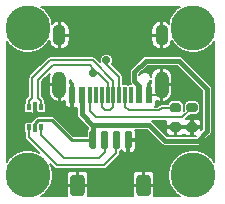
<source format=gbr>
%TF.GenerationSoftware,KiCad,Pcbnew,(5.1.10)-1*%
%TF.CreationDate,2021-07-01T01:20:01+08:00*%
%TF.ProjectId,u1,75312e6b-6963-4616-945f-706362585858,rev?*%
%TF.SameCoordinates,Original*%
%TF.FileFunction,Copper,L1,Top*%
%TF.FilePolarity,Positive*%
%FSLAX46Y46*%
G04 Gerber Fmt 4.6, Leading zero omitted, Abs format (unit mm)*
G04 Created by KiCad (PCBNEW (5.1.10)-1) date 2021-07-01 01:20:01*
%MOMM*%
%LPD*%
G01*
G04 APERTURE LIST*
%TA.AperFunction,SMDPad,CuDef*%
%ADD10R,0.600000X1.450000*%
%TD*%
%TA.AperFunction,SMDPad,CuDef*%
%ADD11R,0.300000X1.450000*%
%TD*%
%TA.AperFunction,ComponentPad*%
%ADD12O,1.200000X2.300000*%
%TD*%
%TA.AperFunction,ComponentPad*%
%ADD13O,1.100000X1.800000*%
%TD*%
%TA.AperFunction,ComponentPad*%
%ADD14C,3.800000*%
%TD*%
%TA.AperFunction,SMDPad,CuDef*%
%ADD15R,0.375000X0.500000*%
%TD*%
%TA.AperFunction,SMDPad,CuDef*%
%ADD16R,0.300000X0.650000*%
%TD*%
%TA.AperFunction,ViaPad*%
%ADD17C,0.700000*%
%TD*%
%TA.AperFunction,Conductor*%
%ADD18C,0.250000*%
%TD*%
%TA.AperFunction,Conductor*%
%ADD19C,0.200000*%
%TD*%
%TA.AperFunction,Conductor*%
%ADD20C,0.400000*%
%TD*%
%TA.AperFunction,Conductor*%
%ADD21C,0.300000*%
%TD*%
%TA.AperFunction,Conductor*%
%ADD22C,0.127000*%
%TD*%
%TA.AperFunction,Conductor*%
%ADD23C,0.100000*%
%TD*%
G04 APERTURE END LIST*
D10*
%TO.P,J1,B1*%
%TO.N,GND*%
X105750000Y-97745000D03*
%TO.P,J1,A9*%
%TO.N,UVCC*%
X106550000Y-97745000D03*
%TO.P,J1,B9*%
X111450000Y-97745000D03*
%TO.P,J1,B12*%
%TO.N,GND*%
X112250000Y-97745000D03*
%TO.P,J1,A1*%
X112250000Y-97745000D03*
%TO.P,J1,A4*%
%TO.N,UVCC*%
X111450000Y-97745000D03*
%TO.P,J1,B4*%
X106550000Y-97745000D03*
%TO.P,J1,A12*%
%TO.N,GND*%
X105750000Y-97745000D03*
D11*
%TO.P,J1,B8*%
%TO.N,Net-(J1-PadB8)*%
X110750000Y-97745000D03*
%TO.P,J1,A5*%
%TO.N,Net-(J1-PadA5)*%
X110250000Y-97745000D03*
%TO.P,J1,B7*%
%TO.N,DN*%
X109750000Y-97745000D03*
%TO.P,J1,A7*%
X108750000Y-97745000D03*
%TO.P,J1,B6*%
%TO.N,DP*%
X108250000Y-97745000D03*
%TO.P,J1,A8*%
%TO.N,Net-(J1-PadA8)*%
X107750000Y-97745000D03*
%TO.P,J1,B5*%
%TO.N,Net-(J1-PadB5)*%
X107250000Y-97745000D03*
%TO.P,J1,A6*%
%TO.N,DP*%
X109250000Y-97745000D03*
D12*
%TO.P,J1,S1*%
%TO.N,GND*%
X104680000Y-96830000D03*
X113320000Y-96830000D03*
D13*
X113320000Y-92650000D03*
X104680000Y-92650000D03*
%TD*%
D14*
%TO.P,REF\u002A\u002A,1*%
%TO.N,N/C*%
X116000000Y-104500000D03*
%TD*%
%TO.P,REF\u002A\u002A,1*%
%TO.N,N/C*%
X102000000Y-104500000D03*
%TD*%
%TO.P,REF\u002A\u002A,1*%
%TO.N,N/C*%
X116000000Y-92000000D03*
%TD*%
%TO.P,REF\u002A\u002A,1*%
%TO.N,N/C*%
X102000000Y-92000000D03*
%TD*%
%TO.P,R1,1*%
%TO.N,Net-(J1-PadA5)*%
%TA.AperFunction,SMDPad,CuDef*%
G36*
G01*
X114225000Y-98375000D02*
X114775000Y-98375000D01*
G75*
G02*
X114975000Y-98575000I0J-200000D01*
G01*
X114975000Y-98975000D01*
G75*
G02*
X114775000Y-99175000I-200000J0D01*
G01*
X114225000Y-99175000D01*
G75*
G02*
X114025000Y-98975000I0J200000D01*
G01*
X114025000Y-98575000D01*
G75*
G02*
X114225000Y-98375000I200000J0D01*
G01*
G37*
%TD.AperFunction*%
%TO.P,R1,2*%
%TO.N,GND*%
%TA.AperFunction,SMDPad,CuDef*%
G36*
G01*
X114225000Y-100025000D02*
X114775000Y-100025000D01*
G75*
G02*
X114975000Y-100225000I0J-200000D01*
G01*
X114975000Y-100625000D01*
G75*
G02*
X114775000Y-100825000I-200000J0D01*
G01*
X114225000Y-100825000D01*
G75*
G02*
X114025000Y-100625000I0J200000D01*
G01*
X114025000Y-100225000D01*
G75*
G02*
X114225000Y-100025000I200000J0D01*
G01*
G37*
%TD.AperFunction*%
%TD*%
%TO.P,R2,2*%
%TO.N,Net-(J1-PadB5)*%
%TA.AperFunction,SMDPad,CuDef*%
G36*
G01*
X116175000Y-99175000D02*
X115625000Y-99175000D01*
G75*
G02*
X115425000Y-98975000I0J200000D01*
G01*
X115425000Y-98575000D01*
G75*
G02*
X115625000Y-98375000I200000J0D01*
G01*
X116175000Y-98375000D01*
G75*
G02*
X116375000Y-98575000I0J-200000D01*
G01*
X116375000Y-98975000D01*
G75*
G02*
X116175000Y-99175000I-200000J0D01*
G01*
G37*
%TD.AperFunction*%
%TO.P,R2,1*%
%TO.N,GND*%
%TA.AperFunction,SMDPad,CuDef*%
G36*
G01*
X116175000Y-100825000D02*
X115625000Y-100825000D01*
G75*
G02*
X115425000Y-100625000I0J200000D01*
G01*
X115425000Y-100225000D01*
G75*
G02*
X115625000Y-100025000I200000J0D01*
G01*
X116175000Y-100025000D01*
G75*
G02*
X116375000Y-100225000I0J-200000D01*
G01*
X116375000Y-100625000D01*
G75*
G02*
X116175000Y-100825000I-200000J0D01*
G01*
G37*
%TD.AperFunction*%
%TD*%
D15*
%TO.P,U1,1*%
%TO.N,DN*%
X103137500Y-98750000D03*
%TO.P,U1,3*%
%TO.N,DP*%
X102062500Y-98750000D03*
D16*
%TO.P,U1,5*%
%TO.N,UVCC*%
X102600000Y-100525000D03*
%TO.P,U1,2*%
%TO.N,GND*%
X102600000Y-98675000D03*
D15*
%TO.P,U1,4*%
%TO.N,D+*%
X102062500Y-100450000D03*
%TO.P,U1,6*%
%TO.N,D-*%
X103137500Y-100450000D03*
%TD*%
%TO.P,J2,1*%
%TO.N,UVCC*%
%TA.AperFunction,SMDPad,CuDef*%
G36*
G01*
X107200000Y-102125000D02*
X107200000Y-100875000D01*
G75*
G02*
X107350000Y-100725000I150000J0D01*
G01*
X107650000Y-100725000D01*
G75*
G02*
X107800000Y-100875000I0J-150000D01*
G01*
X107800000Y-102125000D01*
G75*
G02*
X107650000Y-102275000I-150000J0D01*
G01*
X107350000Y-102275000D01*
G75*
G02*
X107200000Y-102125000I0J150000D01*
G01*
G37*
%TD.AperFunction*%
%TO.P,J2,2*%
%TO.N,D-*%
%TA.AperFunction,SMDPad,CuDef*%
G36*
G01*
X108200000Y-102125000D02*
X108200000Y-100875000D01*
G75*
G02*
X108350000Y-100725000I150000J0D01*
G01*
X108650000Y-100725000D01*
G75*
G02*
X108800000Y-100875000I0J-150000D01*
G01*
X108800000Y-102125000D01*
G75*
G02*
X108650000Y-102275000I-150000J0D01*
G01*
X108350000Y-102275000D01*
G75*
G02*
X108200000Y-102125000I0J150000D01*
G01*
G37*
%TD.AperFunction*%
%TO.P,J2,3*%
%TO.N,D+*%
%TA.AperFunction,SMDPad,CuDef*%
G36*
G01*
X109200000Y-102125000D02*
X109200000Y-100875000D01*
G75*
G02*
X109350000Y-100725000I150000J0D01*
G01*
X109650000Y-100725000D01*
G75*
G02*
X109800000Y-100875000I0J-150000D01*
G01*
X109800000Y-102125000D01*
G75*
G02*
X109650000Y-102275000I-150000J0D01*
G01*
X109350000Y-102275000D01*
G75*
G02*
X109200000Y-102125000I0J150000D01*
G01*
G37*
%TD.AperFunction*%
%TO.P,J2,4*%
%TO.N,GND*%
%TA.AperFunction,SMDPad,CuDef*%
G36*
G01*
X110200000Y-102125000D02*
X110200000Y-100875000D01*
G75*
G02*
X110350000Y-100725000I150000J0D01*
G01*
X110650000Y-100725000D01*
G75*
G02*
X110800000Y-100875000I0J-150000D01*
G01*
X110800000Y-102125000D01*
G75*
G02*
X110650000Y-102275000I-150000J0D01*
G01*
X110350000Y-102275000D01*
G75*
G02*
X110200000Y-102125000I0J150000D01*
G01*
G37*
%TD.AperFunction*%
%TO.P,J2,MP*%
%TA.AperFunction,SMDPad,CuDef*%
G36*
G01*
X105600000Y-106025001D02*
X105600000Y-104724999D01*
G75*
G02*
X105849999Y-104475000I249999J0D01*
G01*
X106550001Y-104475000D01*
G75*
G02*
X106800000Y-104724999I0J-249999D01*
G01*
X106800000Y-106025001D01*
G75*
G02*
X106550001Y-106275000I-249999J0D01*
G01*
X105849999Y-106275000D01*
G75*
G02*
X105600000Y-106025001I0J249999D01*
G01*
G37*
%TD.AperFunction*%
%TA.AperFunction,SMDPad,CuDef*%
G36*
G01*
X111200000Y-106025001D02*
X111200000Y-104724999D01*
G75*
G02*
X111449999Y-104475000I249999J0D01*
G01*
X112150001Y-104475000D01*
G75*
G02*
X112400000Y-104724999I0J-249999D01*
G01*
X112400000Y-106025001D01*
G75*
G02*
X112150001Y-106275000I-249999J0D01*
G01*
X111449999Y-106275000D01*
G75*
G02*
X111200000Y-106025001I0J249999D01*
G01*
G37*
%TD.AperFunction*%
%TD*%
D17*
%TO.N,DN*%
X107560000Y-95880000D03*
X108660000Y-94780000D03*
%TD*%
D18*
%TO.N,GND*%
X104680000Y-98645000D02*
X104680000Y-96830000D01*
X103975000Y-99350000D02*
X104680000Y-98645000D01*
X102875000Y-99350000D02*
X103975000Y-99350000D01*
X102600000Y-99075000D02*
X102875000Y-99350000D01*
X102600000Y-98675000D02*
X102600000Y-99075000D01*
D19*
X113320000Y-96830000D02*
X113320000Y-97490000D01*
X113065000Y-97745000D02*
X112250000Y-97745000D01*
X113320000Y-97490000D02*
X113065000Y-97745000D01*
%TO.N,DP*%
X108975000Y-99000000D02*
X109250000Y-98725000D01*
X108525000Y-99000000D02*
X108975000Y-99000000D01*
X109250000Y-98725000D02*
X109250000Y-97745000D01*
X108250000Y-98725000D02*
X108525000Y-99000000D01*
X108250000Y-97745000D02*
X108250000Y-98725000D01*
X102062500Y-98212500D02*
X102062500Y-98750000D01*
X102350000Y-97925000D02*
X102062500Y-98212500D01*
X102350000Y-96275000D02*
X102350000Y-97925000D01*
X103875000Y-94750000D02*
X102350000Y-96275000D01*
X107500000Y-94750000D02*
X103875000Y-94750000D01*
X109250000Y-96500000D02*
X107500000Y-94750000D01*
X109250000Y-97745000D02*
X109250000Y-96500000D01*
%TO.N,DN*%
X109750000Y-96200000D02*
X109750000Y-97745000D01*
X108660000Y-95110000D02*
X109750000Y-96200000D01*
X108660000Y-94780000D02*
X108660000Y-95110000D01*
X107560000Y-95480000D02*
X107560000Y-95880000D01*
X107280000Y-95200000D02*
X107560000Y-95480000D01*
X104100000Y-95200000D02*
X107280000Y-95200000D01*
X102875000Y-96425000D02*
X104100000Y-95200000D01*
X103137500Y-98187500D02*
X102875000Y-97925000D01*
X102875000Y-97925000D02*
X102875000Y-96425000D01*
X103137500Y-98750000D02*
X103137500Y-98187500D01*
X108750000Y-96670000D02*
X108750000Y-97745000D01*
X107960000Y-95880000D02*
X108750000Y-96670000D01*
X107560000Y-95880000D02*
X107960000Y-95880000D01*
%TO.N,Net-(J1-PadA5)*%
X113325000Y-98775000D02*
X114500000Y-98775000D01*
X113100000Y-99000000D02*
X113325000Y-98775000D01*
X110525000Y-99000000D02*
X113100000Y-99000000D01*
X110250000Y-98725000D02*
X110525000Y-99000000D01*
X110250000Y-97745000D02*
X110250000Y-98725000D01*
D20*
%TO.N,UVCC*%
X106500000Y-97795000D02*
X106550000Y-97745000D01*
D21*
%TO.N,GND*%
X110500000Y-101500000D02*
X110500000Y-103000000D01*
D19*
%TO.N,Net-(J1-PadB5)*%
X115075000Y-99600000D02*
X115900000Y-98775000D01*
X107250000Y-99050000D02*
X107800000Y-99600000D01*
X107800000Y-99600000D02*
X115075000Y-99600000D01*
X107250000Y-97745000D02*
X107250000Y-99050000D01*
D18*
%TO.N,UVCC*%
X104050000Y-99850000D02*
X105700000Y-101500000D01*
X102870000Y-99850000D02*
X104050000Y-99850000D01*
X105700000Y-101500000D02*
X107500000Y-101500000D01*
X102600000Y-100120000D02*
X102870000Y-99850000D01*
X102600000Y-100525000D02*
X102600000Y-100120000D01*
D20*
X111025000Y-96500000D02*
X111450000Y-96925000D01*
X111025000Y-95775000D02*
X111025000Y-96500000D01*
X114825000Y-94825000D02*
X111975000Y-94825000D01*
X111975000Y-94825000D02*
X111025000Y-95775000D01*
X117175000Y-97175000D02*
X114825000Y-94825000D01*
X117175000Y-100775000D02*
X117175000Y-97175000D01*
X116375000Y-101575000D02*
X117175000Y-100775000D01*
X112225000Y-100225000D02*
X113575000Y-101575000D01*
X113575000Y-101575000D02*
X116375000Y-101575000D01*
X111450000Y-96925000D02*
X111450000Y-97745000D01*
X107500000Y-100300000D02*
X107425000Y-100225000D01*
X107500000Y-101500000D02*
X107500000Y-100300000D01*
X107425000Y-100225000D02*
X112225000Y-100225000D01*
X106550000Y-99350000D02*
X107425000Y-100225000D01*
X106550000Y-97745000D02*
X106550000Y-99350000D01*
D19*
%TO.N,D-*%
X108500000Y-102550000D02*
X108500000Y-101500000D01*
X108050000Y-103000000D02*
X108500000Y-102550000D01*
X105075000Y-103000000D02*
X108050000Y-103000000D01*
X103137500Y-101062500D02*
X105075000Y-103000000D01*
X103137500Y-100450000D02*
X103137500Y-101062500D01*
%TO.N,D+*%
X108450000Y-103675000D02*
X109500000Y-102625000D01*
X104475000Y-103675000D02*
X108450000Y-103675000D01*
X109500000Y-102625000D02*
X109500000Y-101500000D01*
X102062500Y-101262500D02*
X104475000Y-103675000D01*
X102062500Y-100450000D02*
X102062500Y-101262500D01*
%TD*%
D22*
%TO.N,GND*%
X114652722Y-90358338D02*
X114358338Y-90652722D01*
X114127041Y-90998882D01*
X113967721Y-91383515D01*
X113911550Y-91665905D01*
X113888514Y-91641683D01*
X113749159Y-91543421D01*
X113593312Y-91474234D01*
X113518061Y-91455412D01*
X113383500Y-91514437D01*
X113383500Y-92586500D01*
X113403500Y-92586500D01*
X113403500Y-92713500D01*
X113383500Y-92713500D01*
X113383500Y-93785563D01*
X113518061Y-93844588D01*
X113593312Y-93825766D01*
X113749159Y-93756579D01*
X113888514Y-93658317D01*
X114006021Y-93534756D01*
X114097165Y-93390645D01*
X114158443Y-93231521D01*
X114183639Y-93085823D01*
X114358338Y-93347278D01*
X114652722Y-93641662D01*
X114998882Y-93872959D01*
X115383515Y-94032279D01*
X115791838Y-94113500D01*
X116208162Y-94113500D01*
X116616485Y-94032279D01*
X117001118Y-93872959D01*
X117347278Y-93641662D01*
X117641662Y-93347278D01*
X117784501Y-93133505D01*
X117784500Y-103366494D01*
X117641662Y-103152722D01*
X117347278Y-102858338D01*
X117001118Y-102627041D01*
X116616485Y-102467721D01*
X116208162Y-102386500D01*
X115791838Y-102386500D01*
X115383515Y-102467721D01*
X114998882Y-102627041D01*
X114652722Y-102858338D01*
X114358338Y-103152722D01*
X114127041Y-103498882D01*
X113967721Y-103883515D01*
X113886500Y-104291838D01*
X113886500Y-104708162D01*
X113967721Y-105116485D01*
X114127041Y-105501118D01*
X114358338Y-105847278D01*
X114652722Y-106141662D01*
X114866494Y-106284500D01*
X112718100Y-106284500D01*
X112719036Y-106275000D01*
X112717500Y-105517875D01*
X112638125Y-105438500D01*
X111863500Y-105438500D01*
X111863500Y-105458500D01*
X111736500Y-105458500D01*
X111736500Y-105438500D01*
X110961875Y-105438500D01*
X110882500Y-105517875D01*
X110880964Y-106275000D01*
X110881900Y-106284500D01*
X107118100Y-106284500D01*
X107119036Y-106275000D01*
X107117500Y-105517875D01*
X107038125Y-105438500D01*
X106263500Y-105438500D01*
X106263500Y-105458500D01*
X106136500Y-105458500D01*
X106136500Y-105438500D01*
X105361875Y-105438500D01*
X105282500Y-105517875D01*
X105280964Y-106275000D01*
X105281900Y-106284500D01*
X103133506Y-106284500D01*
X103347278Y-106141662D01*
X103641662Y-105847278D01*
X103872959Y-105501118D01*
X104032279Y-105116485D01*
X104113500Y-104708162D01*
X104113500Y-104475000D01*
X105280964Y-104475000D01*
X105282500Y-105232125D01*
X105361875Y-105311500D01*
X106136500Y-105311500D01*
X106136500Y-104236875D01*
X106263500Y-104236875D01*
X106263500Y-105311500D01*
X107038125Y-105311500D01*
X107117500Y-105232125D01*
X107119036Y-104475000D01*
X110880964Y-104475000D01*
X110882500Y-105232125D01*
X110961875Y-105311500D01*
X111736500Y-105311500D01*
X111736500Y-104236875D01*
X111863500Y-104236875D01*
X111863500Y-105311500D01*
X112638125Y-105311500D01*
X112717500Y-105232125D01*
X112719036Y-104475000D01*
X112712906Y-104412759D01*
X112694751Y-104352910D01*
X112665269Y-104297753D01*
X112625593Y-104249407D01*
X112577247Y-104209731D01*
X112522090Y-104180249D01*
X112462241Y-104162094D01*
X112400000Y-104155964D01*
X111942875Y-104157500D01*
X111863500Y-104236875D01*
X111736500Y-104236875D01*
X111657125Y-104157500D01*
X111200000Y-104155964D01*
X111137759Y-104162094D01*
X111077910Y-104180249D01*
X111022753Y-104209731D01*
X110974407Y-104249407D01*
X110934731Y-104297753D01*
X110905249Y-104352910D01*
X110887094Y-104412759D01*
X110880964Y-104475000D01*
X107119036Y-104475000D01*
X107112906Y-104412759D01*
X107094751Y-104352910D01*
X107065269Y-104297753D01*
X107025593Y-104249407D01*
X106977247Y-104209731D01*
X106922090Y-104180249D01*
X106862241Y-104162094D01*
X106800000Y-104155964D01*
X106342875Y-104157500D01*
X106263500Y-104236875D01*
X106136500Y-104236875D01*
X106057125Y-104157500D01*
X105600000Y-104155964D01*
X105537759Y-104162094D01*
X105477910Y-104180249D01*
X105422753Y-104209731D01*
X105374407Y-104249407D01*
X105334731Y-104297753D01*
X105305249Y-104352910D01*
X105287094Y-104412759D01*
X105280964Y-104475000D01*
X104113500Y-104475000D01*
X104113500Y-104291838D01*
X104032279Y-103883515D01*
X103885286Y-103528642D01*
X104242438Y-103885794D01*
X104252250Y-103897750D01*
X104299986Y-103936926D01*
X104354449Y-103966037D01*
X104413543Y-103983963D01*
X104459608Y-103988500D01*
X104459615Y-103988500D01*
X104474999Y-103990015D01*
X104490383Y-103988500D01*
X108434608Y-103988500D01*
X108450000Y-103990016D01*
X108465392Y-103988500D01*
X108511457Y-103983963D01*
X108570551Y-103966037D01*
X108625014Y-103936926D01*
X108672750Y-103897750D01*
X108682567Y-103885788D01*
X109710795Y-102857561D01*
X109722750Y-102847750D01*
X109761926Y-102800014D01*
X109791037Y-102745551D01*
X109808963Y-102686457D01*
X109813500Y-102640392D01*
X109813500Y-102640385D01*
X109815015Y-102625001D01*
X109813500Y-102609617D01*
X109813500Y-102448957D01*
X109852524Y-102428098D01*
X109902271Y-102387272D01*
X109905249Y-102397090D01*
X109934731Y-102452247D01*
X109974407Y-102500593D01*
X110022753Y-102540269D01*
X110077910Y-102569751D01*
X110137759Y-102587906D01*
X110200000Y-102594036D01*
X110357125Y-102592500D01*
X110436500Y-102513125D01*
X110436500Y-101563500D01*
X110563500Y-101563500D01*
X110563500Y-102513125D01*
X110642875Y-102592500D01*
X110800000Y-102594036D01*
X110862241Y-102587906D01*
X110922090Y-102569751D01*
X110977247Y-102540269D01*
X111025593Y-102500593D01*
X111065269Y-102452247D01*
X111094751Y-102397090D01*
X111112906Y-102337241D01*
X111119036Y-102275000D01*
X111117500Y-101642875D01*
X111038125Y-101563500D01*
X110563500Y-101563500D01*
X110436500Y-101563500D01*
X110416500Y-101563500D01*
X110416500Y-101436500D01*
X110436500Y-101436500D01*
X110436500Y-101416500D01*
X110563500Y-101416500D01*
X110563500Y-101436500D01*
X111038125Y-101436500D01*
X111117500Y-101357125D01*
X111119036Y-100725000D01*
X111112906Y-100662759D01*
X111105547Y-100638500D01*
X112053723Y-100638500D01*
X113268250Y-101853027D01*
X113281197Y-101868803D01*
X113344161Y-101920476D01*
X113415995Y-101958872D01*
X113470295Y-101975343D01*
X113493939Y-101982516D01*
X113501535Y-101983264D01*
X113554694Y-101988500D01*
X113554701Y-101988500D01*
X113574999Y-101990499D01*
X113595297Y-101988500D01*
X116354694Y-101988500D01*
X116375000Y-101990500D01*
X116456060Y-101982516D01*
X116534005Y-101958872D01*
X116605839Y-101920476D01*
X116668803Y-101868803D01*
X116681750Y-101853027D01*
X117453034Y-101081744D01*
X117468803Y-101068803D01*
X117483748Y-101050593D01*
X117520475Y-101005840D01*
X117520477Y-101005838D01*
X117558872Y-100934005D01*
X117569732Y-100898203D01*
X117582516Y-100856061D01*
X117590500Y-100775000D01*
X117588500Y-100754694D01*
X117588500Y-97195306D01*
X117590500Y-97175000D01*
X117582516Y-97093939D01*
X117558872Y-97015995D01*
X117520475Y-96944160D01*
X117481747Y-96896969D01*
X117481745Y-96896967D01*
X117468803Y-96881197D01*
X117453033Y-96868255D01*
X115131750Y-94546973D01*
X115118803Y-94531197D01*
X115055839Y-94479524D01*
X114984005Y-94441128D01*
X114906060Y-94417484D01*
X114845306Y-94411500D01*
X114825000Y-94409500D01*
X114804694Y-94411500D01*
X111995306Y-94411500D01*
X111975000Y-94409500D01*
X111893939Y-94417484D01*
X111836249Y-94434984D01*
X111815995Y-94441128D01*
X111744161Y-94479524D01*
X111681197Y-94531197D01*
X111668255Y-94546967D01*
X110746973Y-95468250D01*
X110731197Y-95481197D01*
X110679524Y-95544162D01*
X110655577Y-95588964D01*
X110641128Y-95615996D01*
X110617484Y-95693940D01*
X110609500Y-95775000D01*
X110611500Y-95795306D01*
X110611501Y-96479685D01*
X110609500Y-96500000D01*
X110617484Y-96581060D01*
X110641128Y-96659004D01*
X110679525Y-96730839D01*
X110709599Y-96767484D01*
X110731198Y-96793803D01*
X110745411Y-96805467D01*
X110600000Y-96805467D01*
X110558147Y-96809589D01*
X110517902Y-96821797D01*
X110500000Y-96831366D01*
X110482098Y-96821797D01*
X110441853Y-96809589D01*
X110400000Y-96805467D01*
X110100000Y-96805467D01*
X110063500Y-96809062D01*
X110063500Y-96215392D01*
X110065016Y-96200000D01*
X110059788Y-96146918D01*
X110058963Y-96138543D01*
X110041037Y-96079449D01*
X110011926Y-96024986D01*
X109972750Y-95977250D01*
X109960795Y-95967439D01*
X109111665Y-95118310D01*
X109159368Y-95046918D01*
X109201845Y-94944367D01*
X109223500Y-94835500D01*
X109223500Y-94724500D01*
X109201845Y-94615633D01*
X109159368Y-94513082D01*
X109097699Y-94420789D01*
X109019211Y-94342301D01*
X108926918Y-94280632D01*
X108824367Y-94238155D01*
X108715500Y-94216500D01*
X108604500Y-94216500D01*
X108495633Y-94238155D01*
X108393082Y-94280632D01*
X108300789Y-94342301D01*
X108222301Y-94420789D01*
X108160632Y-94513082D01*
X108118155Y-94615633D01*
X108096500Y-94724500D01*
X108096500Y-94835500D01*
X108113296Y-94919941D01*
X107732567Y-94539212D01*
X107722750Y-94527250D01*
X107675014Y-94488074D01*
X107620551Y-94458963D01*
X107561457Y-94441037D01*
X107515392Y-94436500D01*
X107500000Y-94434984D01*
X107484608Y-94436500D01*
X103890392Y-94436500D01*
X103875000Y-94434984D01*
X103859608Y-94436500D01*
X103813543Y-94441037D01*
X103754449Y-94458963D01*
X103699986Y-94488074D01*
X103652250Y-94527250D01*
X103642433Y-94539212D01*
X102139212Y-96042433D01*
X102127250Y-96052250D01*
X102088074Y-96099987D01*
X102058963Y-96154450D01*
X102045146Y-96200000D01*
X102041037Y-96213544D01*
X102034984Y-96275000D01*
X102036500Y-96290392D01*
X102036501Y-97795143D01*
X101851711Y-97979933D01*
X101839750Y-97989750D01*
X101800574Y-98037487D01*
X101771463Y-98091950D01*
X101761121Y-98126043D01*
X101753537Y-98151044D01*
X101747484Y-98212500D01*
X101749000Y-98227892D01*
X101749000Y-98327212D01*
X101723302Y-98348302D01*
X101696622Y-98380812D01*
X101676797Y-98417902D01*
X101664589Y-98458147D01*
X101660467Y-98500000D01*
X101660467Y-99000000D01*
X101664589Y-99041853D01*
X101676797Y-99082098D01*
X101696622Y-99119188D01*
X101723302Y-99151698D01*
X101755812Y-99178378D01*
X101792902Y-99198203D01*
X101833147Y-99210411D01*
X101875000Y-99214533D01*
X102215330Y-99214533D01*
X102224407Y-99225593D01*
X102272753Y-99265269D01*
X102327910Y-99294751D01*
X102387759Y-99312906D01*
X102450000Y-99319036D01*
X102457125Y-99317500D01*
X102536500Y-99238125D01*
X102536500Y-98738500D01*
X102516500Y-98738500D01*
X102516500Y-98611500D01*
X102536500Y-98611500D01*
X102536500Y-98591500D01*
X102663500Y-98591500D01*
X102663500Y-98611500D01*
X102683500Y-98611500D01*
X102683500Y-98738500D01*
X102663500Y-98738500D01*
X102663500Y-99238125D01*
X102742875Y-99317500D01*
X102750000Y-99319036D01*
X102812241Y-99312906D01*
X102872090Y-99294751D01*
X102927247Y-99265269D01*
X102975593Y-99225593D01*
X102984670Y-99214533D01*
X103325000Y-99214533D01*
X103366853Y-99210411D01*
X103407098Y-99198203D01*
X103444188Y-99178378D01*
X103476698Y-99151698D01*
X103503378Y-99119188D01*
X103523203Y-99082098D01*
X103535411Y-99041853D01*
X103539533Y-99000000D01*
X103539533Y-98500000D01*
X103535411Y-98458147D01*
X103523203Y-98417902D01*
X103503378Y-98380812D01*
X103476698Y-98348302D01*
X103451000Y-98327212D01*
X103451000Y-98202891D01*
X103452516Y-98187499D01*
X103446463Y-98126043D01*
X103436121Y-98091950D01*
X103428537Y-98066949D01*
X103399426Y-98012486D01*
X103360250Y-97964750D01*
X103348293Y-97954937D01*
X103188500Y-97795145D01*
X103188500Y-96893500D01*
X103762500Y-96893500D01*
X103762500Y-97443500D01*
X103792518Y-97621275D01*
X103856641Y-97789778D01*
X103952405Y-97942534D01*
X104076130Y-98073672D01*
X104223062Y-98178152D01*
X104387554Y-98251960D01*
X104474097Y-98274098D01*
X104616500Y-98215716D01*
X104616500Y-96893500D01*
X103762500Y-96893500D01*
X103188500Y-96893500D01*
X103188500Y-96554855D01*
X103846509Y-95896846D01*
X103792518Y-96038725D01*
X103762500Y-96216500D01*
X103762500Y-96766500D01*
X104616500Y-96766500D01*
X104616500Y-96746500D01*
X104743500Y-96746500D01*
X104743500Y-96766500D01*
X104763500Y-96766500D01*
X104763500Y-96893500D01*
X104743500Y-96893500D01*
X104743500Y-98215716D01*
X104885903Y-98274098D01*
X104972446Y-98251960D01*
X105131728Y-98180490D01*
X105130964Y-98470000D01*
X105137094Y-98532241D01*
X105155249Y-98592090D01*
X105184731Y-98647247D01*
X105224407Y-98695593D01*
X105272753Y-98735269D01*
X105327910Y-98764751D01*
X105387759Y-98782906D01*
X105450000Y-98789036D01*
X105607125Y-98787500D01*
X105686500Y-98708125D01*
X105686500Y-97808500D01*
X105666500Y-97808500D01*
X105666500Y-97681500D01*
X105686500Y-97681500D01*
X105686500Y-96781875D01*
X105607125Y-96702500D01*
X105597500Y-96702406D01*
X105597500Y-96469885D01*
X105632787Y-96555076D01*
X105691719Y-96643274D01*
X105766726Y-96718281D01*
X105832887Y-96762488D01*
X105813500Y-96781875D01*
X105813500Y-97681500D01*
X105833500Y-97681500D01*
X105833500Y-97808500D01*
X105813500Y-97808500D01*
X105813500Y-98708125D01*
X105892875Y-98787500D01*
X106050000Y-98789036D01*
X106112241Y-98782906D01*
X106136501Y-98775547D01*
X106136501Y-99329684D01*
X106134500Y-99350000D01*
X106142484Y-99431060D01*
X106166128Y-99509004D01*
X106204525Y-99580839D01*
X106228036Y-99609487D01*
X106256198Y-99643803D01*
X106271968Y-99656745D01*
X107086501Y-100471279D01*
X107086501Y-100624225D01*
X107046902Y-100672476D01*
X107013215Y-100735499D01*
X106992471Y-100803883D01*
X106985467Y-100875000D01*
X106985467Y-101161500D01*
X105840211Y-101161500D01*
X104301113Y-99622403D01*
X104290513Y-99609487D01*
X104238970Y-99567186D01*
X104180165Y-99535754D01*
X104116357Y-99516399D01*
X104066620Y-99511500D01*
X104066612Y-99511500D01*
X104050000Y-99509864D01*
X104033388Y-99511500D01*
X102886612Y-99511500D01*
X102870000Y-99509864D01*
X102853388Y-99511500D01*
X102853380Y-99511500D01*
X102809391Y-99515833D01*
X102803642Y-99516399D01*
X102739835Y-99535754D01*
X102681030Y-99567186D01*
X102629487Y-99609487D01*
X102618891Y-99622398D01*
X102372398Y-99868892D01*
X102359488Y-99879487D01*
X102340265Y-99902910D01*
X102317187Y-99931030D01*
X102286184Y-99989031D01*
X102250000Y-99985467D01*
X101875000Y-99985467D01*
X101833147Y-99989589D01*
X101792902Y-100001797D01*
X101755812Y-100021622D01*
X101723302Y-100048302D01*
X101696622Y-100080812D01*
X101676797Y-100117902D01*
X101664589Y-100158147D01*
X101660467Y-100200000D01*
X101660467Y-100700000D01*
X101664589Y-100741853D01*
X101676797Y-100782098D01*
X101696622Y-100819188D01*
X101723302Y-100851698D01*
X101749001Y-100872788D01*
X101749001Y-101247098D01*
X101747484Y-101262500D01*
X101753537Y-101323956D01*
X101771464Y-101383051D01*
X101798506Y-101433643D01*
X101800575Y-101437514D01*
X101839751Y-101485250D01*
X101851707Y-101495062D01*
X102971359Y-102614714D01*
X102616485Y-102467721D01*
X102208162Y-102386500D01*
X101791838Y-102386500D01*
X101383515Y-102467721D01*
X100998882Y-102627041D01*
X100652722Y-102858338D01*
X100358338Y-103152722D01*
X100215500Y-103366494D01*
X100215500Y-93133506D01*
X100358338Y-93347278D01*
X100652722Y-93641662D01*
X100998882Y-93872959D01*
X101383515Y-94032279D01*
X101791838Y-94113500D01*
X102208162Y-94113500D01*
X102616485Y-94032279D01*
X103001118Y-93872959D01*
X103347278Y-93641662D01*
X103641662Y-93347278D01*
X103816361Y-93085823D01*
X103841557Y-93231521D01*
X103902835Y-93390645D01*
X103993979Y-93534756D01*
X104111486Y-93658317D01*
X104250841Y-93756579D01*
X104406688Y-93825766D01*
X104481939Y-93844588D01*
X104616500Y-93785563D01*
X104616500Y-92713500D01*
X104743500Y-92713500D01*
X104743500Y-93785563D01*
X104878061Y-93844588D01*
X104953312Y-93825766D01*
X105109159Y-93756579D01*
X105248514Y-93658317D01*
X105366021Y-93534756D01*
X105457165Y-93390645D01*
X105518443Y-93231521D01*
X105547500Y-93063500D01*
X105547500Y-92713500D01*
X112452500Y-92713500D01*
X112452500Y-93063500D01*
X112481557Y-93231521D01*
X112542835Y-93390645D01*
X112633979Y-93534756D01*
X112751486Y-93658317D01*
X112890841Y-93756579D01*
X113046688Y-93825766D01*
X113121939Y-93844588D01*
X113256500Y-93785563D01*
X113256500Y-92713500D01*
X112452500Y-92713500D01*
X105547500Y-92713500D01*
X104743500Y-92713500D01*
X104616500Y-92713500D01*
X104596500Y-92713500D01*
X104596500Y-92586500D01*
X104616500Y-92586500D01*
X104616500Y-91514437D01*
X104743500Y-91514437D01*
X104743500Y-92586500D01*
X105547500Y-92586500D01*
X105547500Y-92236500D01*
X112452500Y-92236500D01*
X112452500Y-92586500D01*
X113256500Y-92586500D01*
X113256500Y-91514437D01*
X113121939Y-91455412D01*
X113046688Y-91474234D01*
X112890841Y-91543421D01*
X112751486Y-91641683D01*
X112633979Y-91765244D01*
X112542835Y-91909355D01*
X112481557Y-92068479D01*
X112452500Y-92236500D01*
X105547500Y-92236500D01*
X105518443Y-92068479D01*
X105457165Y-91909355D01*
X105366021Y-91765244D01*
X105248514Y-91641683D01*
X105109159Y-91543421D01*
X104953312Y-91474234D01*
X104878061Y-91455412D01*
X104743500Y-91514437D01*
X104616500Y-91514437D01*
X104481939Y-91455412D01*
X104406688Y-91474234D01*
X104250841Y-91543421D01*
X104111486Y-91641683D01*
X104088450Y-91665905D01*
X104032279Y-91383515D01*
X103872959Y-90998882D01*
X103641662Y-90652722D01*
X103347278Y-90358338D01*
X103133506Y-90215500D01*
X114866494Y-90215500D01*
X114652722Y-90358338D01*
%TA.AperFunction,Conductor*%
D23*
G36*
X114652722Y-90358338D02*
G01*
X114358338Y-90652722D01*
X114127041Y-90998882D01*
X113967721Y-91383515D01*
X113911550Y-91665905D01*
X113888514Y-91641683D01*
X113749159Y-91543421D01*
X113593312Y-91474234D01*
X113518061Y-91455412D01*
X113383500Y-91514437D01*
X113383500Y-92586500D01*
X113403500Y-92586500D01*
X113403500Y-92713500D01*
X113383500Y-92713500D01*
X113383500Y-93785563D01*
X113518061Y-93844588D01*
X113593312Y-93825766D01*
X113749159Y-93756579D01*
X113888514Y-93658317D01*
X114006021Y-93534756D01*
X114097165Y-93390645D01*
X114158443Y-93231521D01*
X114183639Y-93085823D01*
X114358338Y-93347278D01*
X114652722Y-93641662D01*
X114998882Y-93872959D01*
X115383515Y-94032279D01*
X115791838Y-94113500D01*
X116208162Y-94113500D01*
X116616485Y-94032279D01*
X117001118Y-93872959D01*
X117347278Y-93641662D01*
X117641662Y-93347278D01*
X117784501Y-93133505D01*
X117784500Y-103366494D01*
X117641662Y-103152722D01*
X117347278Y-102858338D01*
X117001118Y-102627041D01*
X116616485Y-102467721D01*
X116208162Y-102386500D01*
X115791838Y-102386500D01*
X115383515Y-102467721D01*
X114998882Y-102627041D01*
X114652722Y-102858338D01*
X114358338Y-103152722D01*
X114127041Y-103498882D01*
X113967721Y-103883515D01*
X113886500Y-104291838D01*
X113886500Y-104708162D01*
X113967721Y-105116485D01*
X114127041Y-105501118D01*
X114358338Y-105847278D01*
X114652722Y-106141662D01*
X114866494Y-106284500D01*
X112718100Y-106284500D01*
X112719036Y-106275000D01*
X112717500Y-105517875D01*
X112638125Y-105438500D01*
X111863500Y-105438500D01*
X111863500Y-105458500D01*
X111736500Y-105458500D01*
X111736500Y-105438500D01*
X110961875Y-105438500D01*
X110882500Y-105517875D01*
X110880964Y-106275000D01*
X110881900Y-106284500D01*
X107118100Y-106284500D01*
X107119036Y-106275000D01*
X107117500Y-105517875D01*
X107038125Y-105438500D01*
X106263500Y-105438500D01*
X106263500Y-105458500D01*
X106136500Y-105458500D01*
X106136500Y-105438500D01*
X105361875Y-105438500D01*
X105282500Y-105517875D01*
X105280964Y-106275000D01*
X105281900Y-106284500D01*
X103133506Y-106284500D01*
X103347278Y-106141662D01*
X103641662Y-105847278D01*
X103872959Y-105501118D01*
X104032279Y-105116485D01*
X104113500Y-104708162D01*
X104113500Y-104475000D01*
X105280964Y-104475000D01*
X105282500Y-105232125D01*
X105361875Y-105311500D01*
X106136500Y-105311500D01*
X106136500Y-104236875D01*
X106263500Y-104236875D01*
X106263500Y-105311500D01*
X107038125Y-105311500D01*
X107117500Y-105232125D01*
X107119036Y-104475000D01*
X110880964Y-104475000D01*
X110882500Y-105232125D01*
X110961875Y-105311500D01*
X111736500Y-105311500D01*
X111736500Y-104236875D01*
X111863500Y-104236875D01*
X111863500Y-105311500D01*
X112638125Y-105311500D01*
X112717500Y-105232125D01*
X112719036Y-104475000D01*
X112712906Y-104412759D01*
X112694751Y-104352910D01*
X112665269Y-104297753D01*
X112625593Y-104249407D01*
X112577247Y-104209731D01*
X112522090Y-104180249D01*
X112462241Y-104162094D01*
X112400000Y-104155964D01*
X111942875Y-104157500D01*
X111863500Y-104236875D01*
X111736500Y-104236875D01*
X111657125Y-104157500D01*
X111200000Y-104155964D01*
X111137759Y-104162094D01*
X111077910Y-104180249D01*
X111022753Y-104209731D01*
X110974407Y-104249407D01*
X110934731Y-104297753D01*
X110905249Y-104352910D01*
X110887094Y-104412759D01*
X110880964Y-104475000D01*
X107119036Y-104475000D01*
X107112906Y-104412759D01*
X107094751Y-104352910D01*
X107065269Y-104297753D01*
X107025593Y-104249407D01*
X106977247Y-104209731D01*
X106922090Y-104180249D01*
X106862241Y-104162094D01*
X106800000Y-104155964D01*
X106342875Y-104157500D01*
X106263500Y-104236875D01*
X106136500Y-104236875D01*
X106057125Y-104157500D01*
X105600000Y-104155964D01*
X105537759Y-104162094D01*
X105477910Y-104180249D01*
X105422753Y-104209731D01*
X105374407Y-104249407D01*
X105334731Y-104297753D01*
X105305249Y-104352910D01*
X105287094Y-104412759D01*
X105280964Y-104475000D01*
X104113500Y-104475000D01*
X104113500Y-104291838D01*
X104032279Y-103883515D01*
X103885286Y-103528642D01*
X104242438Y-103885794D01*
X104252250Y-103897750D01*
X104299986Y-103936926D01*
X104354449Y-103966037D01*
X104413543Y-103983963D01*
X104459608Y-103988500D01*
X104459615Y-103988500D01*
X104474999Y-103990015D01*
X104490383Y-103988500D01*
X108434608Y-103988500D01*
X108450000Y-103990016D01*
X108465392Y-103988500D01*
X108511457Y-103983963D01*
X108570551Y-103966037D01*
X108625014Y-103936926D01*
X108672750Y-103897750D01*
X108682567Y-103885788D01*
X109710795Y-102857561D01*
X109722750Y-102847750D01*
X109761926Y-102800014D01*
X109791037Y-102745551D01*
X109808963Y-102686457D01*
X109813500Y-102640392D01*
X109813500Y-102640385D01*
X109815015Y-102625001D01*
X109813500Y-102609617D01*
X109813500Y-102448957D01*
X109852524Y-102428098D01*
X109902271Y-102387272D01*
X109905249Y-102397090D01*
X109934731Y-102452247D01*
X109974407Y-102500593D01*
X110022753Y-102540269D01*
X110077910Y-102569751D01*
X110137759Y-102587906D01*
X110200000Y-102594036D01*
X110357125Y-102592500D01*
X110436500Y-102513125D01*
X110436500Y-101563500D01*
X110563500Y-101563500D01*
X110563500Y-102513125D01*
X110642875Y-102592500D01*
X110800000Y-102594036D01*
X110862241Y-102587906D01*
X110922090Y-102569751D01*
X110977247Y-102540269D01*
X111025593Y-102500593D01*
X111065269Y-102452247D01*
X111094751Y-102397090D01*
X111112906Y-102337241D01*
X111119036Y-102275000D01*
X111117500Y-101642875D01*
X111038125Y-101563500D01*
X110563500Y-101563500D01*
X110436500Y-101563500D01*
X110416500Y-101563500D01*
X110416500Y-101436500D01*
X110436500Y-101436500D01*
X110436500Y-101416500D01*
X110563500Y-101416500D01*
X110563500Y-101436500D01*
X111038125Y-101436500D01*
X111117500Y-101357125D01*
X111119036Y-100725000D01*
X111112906Y-100662759D01*
X111105547Y-100638500D01*
X112053723Y-100638500D01*
X113268250Y-101853027D01*
X113281197Y-101868803D01*
X113344161Y-101920476D01*
X113415995Y-101958872D01*
X113470295Y-101975343D01*
X113493939Y-101982516D01*
X113501535Y-101983264D01*
X113554694Y-101988500D01*
X113554701Y-101988500D01*
X113574999Y-101990499D01*
X113595297Y-101988500D01*
X116354694Y-101988500D01*
X116375000Y-101990500D01*
X116456060Y-101982516D01*
X116534005Y-101958872D01*
X116605839Y-101920476D01*
X116668803Y-101868803D01*
X116681750Y-101853027D01*
X117453034Y-101081744D01*
X117468803Y-101068803D01*
X117483748Y-101050593D01*
X117520475Y-101005840D01*
X117520477Y-101005838D01*
X117558872Y-100934005D01*
X117569732Y-100898203D01*
X117582516Y-100856061D01*
X117590500Y-100775000D01*
X117588500Y-100754694D01*
X117588500Y-97195306D01*
X117590500Y-97175000D01*
X117582516Y-97093939D01*
X117558872Y-97015995D01*
X117520475Y-96944160D01*
X117481747Y-96896969D01*
X117481745Y-96896967D01*
X117468803Y-96881197D01*
X117453033Y-96868255D01*
X115131750Y-94546973D01*
X115118803Y-94531197D01*
X115055839Y-94479524D01*
X114984005Y-94441128D01*
X114906060Y-94417484D01*
X114845306Y-94411500D01*
X114825000Y-94409500D01*
X114804694Y-94411500D01*
X111995306Y-94411500D01*
X111975000Y-94409500D01*
X111893939Y-94417484D01*
X111836249Y-94434984D01*
X111815995Y-94441128D01*
X111744161Y-94479524D01*
X111681197Y-94531197D01*
X111668255Y-94546967D01*
X110746973Y-95468250D01*
X110731197Y-95481197D01*
X110679524Y-95544162D01*
X110655577Y-95588964D01*
X110641128Y-95615996D01*
X110617484Y-95693940D01*
X110609500Y-95775000D01*
X110611500Y-95795306D01*
X110611501Y-96479685D01*
X110609500Y-96500000D01*
X110617484Y-96581060D01*
X110641128Y-96659004D01*
X110679525Y-96730839D01*
X110709599Y-96767484D01*
X110731198Y-96793803D01*
X110745411Y-96805467D01*
X110600000Y-96805467D01*
X110558147Y-96809589D01*
X110517902Y-96821797D01*
X110500000Y-96831366D01*
X110482098Y-96821797D01*
X110441853Y-96809589D01*
X110400000Y-96805467D01*
X110100000Y-96805467D01*
X110063500Y-96809062D01*
X110063500Y-96215392D01*
X110065016Y-96200000D01*
X110059788Y-96146918D01*
X110058963Y-96138543D01*
X110041037Y-96079449D01*
X110011926Y-96024986D01*
X109972750Y-95977250D01*
X109960795Y-95967439D01*
X109111665Y-95118310D01*
X109159368Y-95046918D01*
X109201845Y-94944367D01*
X109223500Y-94835500D01*
X109223500Y-94724500D01*
X109201845Y-94615633D01*
X109159368Y-94513082D01*
X109097699Y-94420789D01*
X109019211Y-94342301D01*
X108926918Y-94280632D01*
X108824367Y-94238155D01*
X108715500Y-94216500D01*
X108604500Y-94216500D01*
X108495633Y-94238155D01*
X108393082Y-94280632D01*
X108300789Y-94342301D01*
X108222301Y-94420789D01*
X108160632Y-94513082D01*
X108118155Y-94615633D01*
X108096500Y-94724500D01*
X108096500Y-94835500D01*
X108113296Y-94919941D01*
X107732567Y-94539212D01*
X107722750Y-94527250D01*
X107675014Y-94488074D01*
X107620551Y-94458963D01*
X107561457Y-94441037D01*
X107515392Y-94436500D01*
X107500000Y-94434984D01*
X107484608Y-94436500D01*
X103890392Y-94436500D01*
X103875000Y-94434984D01*
X103859608Y-94436500D01*
X103813543Y-94441037D01*
X103754449Y-94458963D01*
X103699986Y-94488074D01*
X103652250Y-94527250D01*
X103642433Y-94539212D01*
X102139212Y-96042433D01*
X102127250Y-96052250D01*
X102088074Y-96099987D01*
X102058963Y-96154450D01*
X102045146Y-96200000D01*
X102041037Y-96213544D01*
X102034984Y-96275000D01*
X102036500Y-96290392D01*
X102036501Y-97795143D01*
X101851711Y-97979933D01*
X101839750Y-97989750D01*
X101800574Y-98037487D01*
X101771463Y-98091950D01*
X101761121Y-98126043D01*
X101753537Y-98151044D01*
X101747484Y-98212500D01*
X101749000Y-98227892D01*
X101749000Y-98327212D01*
X101723302Y-98348302D01*
X101696622Y-98380812D01*
X101676797Y-98417902D01*
X101664589Y-98458147D01*
X101660467Y-98500000D01*
X101660467Y-99000000D01*
X101664589Y-99041853D01*
X101676797Y-99082098D01*
X101696622Y-99119188D01*
X101723302Y-99151698D01*
X101755812Y-99178378D01*
X101792902Y-99198203D01*
X101833147Y-99210411D01*
X101875000Y-99214533D01*
X102215330Y-99214533D01*
X102224407Y-99225593D01*
X102272753Y-99265269D01*
X102327910Y-99294751D01*
X102387759Y-99312906D01*
X102450000Y-99319036D01*
X102457125Y-99317500D01*
X102536500Y-99238125D01*
X102536500Y-98738500D01*
X102516500Y-98738500D01*
X102516500Y-98611500D01*
X102536500Y-98611500D01*
X102536500Y-98591500D01*
X102663500Y-98591500D01*
X102663500Y-98611500D01*
X102683500Y-98611500D01*
X102683500Y-98738500D01*
X102663500Y-98738500D01*
X102663500Y-99238125D01*
X102742875Y-99317500D01*
X102750000Y-99319036D01*
X102812241Y-99312906D01*
X102872090Y-99294751D01*
X102927247Y-99265269D01*
X102975593Y-99225593D01*
X102984670Y-99214533D01*
X103325000Y-99214533D01*
X103366853Y-99210411D01*
X103407098Y-99198203D01*
X103444188Y-99178378D01*
X103476698Y-99151698D01*
X103503378Y-99119188D01*
X103523203Y-99082098D01*
X103535411Y-99041853D01*
X103539533Y-99000000D01*
X103539533Y-98500000D01*
X103535411Y-98458147D01*
X103523203Y-98417902D01*
X103503378Y-98380812D01*
X103476698Y-98348302D01*
X103451000Y-98327212D01*
X103451000Y-98202891D01*
X103452516Y-98187499D01*
X103446463Y-98126043D01*
X103436121Y-98091950D01*
X103428537Y-98066949D01*
X103399426Y-98012486D01*
X103360250Y-97964750D01*
X103348293Y-97954937D01*
X103188500Y-97795145D01*
X103188500Y-96893500D01*
X103762500Y-96893500D01*
X103762500Y-97443500D01*
X103792518Y-97621275D01*
X103856641Y-97789778D01*
X103952405Y-97942534D01*
X104076130Y-98073672D01*
X104223062Y-98178152D01*
X104387554Y-98251960D01*
X104474097Y-98274098D01*
X104616500Y-98215716D01*
X104616500Y-96893500D01*
X103762500Y-96893500D01*
X103188500Y-96893500D01*
X103188500Y-96554855D01*
X103846509Y-95896846D01*
X103792518Y-96038725D01*
X103762500Y-96216500D01*
X103762500Y-96766500D01*
X104616500Y-96766500D01*
X104616500Y-96746500D01*
X104743500Y-96746500D01*
X104743500Y-96766500D01*
X104763500Y-96766500D01*
X104763500Y-96893500D01*
X104743500Y-96893500D01*
X104743500Y-98215716D01*
X104885903Y-98274098D01*
X104972446Y-98251960D01*
X105131728Y-98180490D01*
X105130964Y-98470000D01*
X105137094Y-98532241D01*
X105155249Y-98592090D01*
X105184731Y-98647247D01*
X105224407Y-98695593D01*
X105272753Y-98735269D01*
X105327910Y-98764751D01*
X105387759Y-98782906D01*
X105450000Y-98789036D01*
X105607125Y-98787500D01*
X105686500Y-98708125D01*
X105686500Y-97808500D01*
X105666500Y-97808500D01*
X105666500Y-97681500D01*
X105686500Y-97681500D01*
X105686500Y-96781875D01*
X105607125Y-96702500D01*
X105597500Y-96702406D01*
X105597500Y-96469885D01*
X105632787Y-96555076D01*
X105691719Y-96643274D01*
X105766726Y-96718281D01*
X105832887Y-96762488D01*
X105813500Y-96781875D01*
X105813500Y-97681500D01*
X105833500Y-97681500D01*
X105833500Y-97808500D01*
X105813500Y-97808500D01*
X105813500Y-98708125D01*
X105892875Y-98787500D01*
X106050000Y-98789036D01*
X106112241Y-98782906D01*
X106136501Y-98775547D01*
X106136501Y-99329684D01*
X106134500Y-99350000D01*
X106142484Y-99431060D01*
X106166128Y-99509004D01*
X106204525Y-99580839D01*
X106228036Y-99609487D01*
X106256198Y-99643803D01*
X106271968Y-99656745D01*
X107086501Y-100471279D01*
X107086501Y-100624225D01*
X107046902Y-100672476D01*
X107013215Y-100735499D01*
X106992471Y-100803883D01*
X106985467Y-100875000D01*
X106985467Y-101161500D01*
X105840211Y-101161500D01*
X104301113Y-99622403D01*
X104290513Y-99609487D01*
X104238970Y-99567186D01*
X104180165Y-99535754D01*
X104116357Y-99516399D01*
X104066620Y-99511500D01*
X104066612Y-99511500D01*
X104050000Y-99509864D01*
X104033388Y-99511500D01*
X102886612Y-99511500D01*
X102870000Y-99509864D01*
X102853388Y-99511500D01*
X102853380Y-99511500D01*
X102809391Y-99515833D01*
X102803642Y-99516399D01*
X102739835Y-99535754D01*
X102681030Y-99567186D01*
X102629487Y-99609487D01*
X102618891Y-99622398D01*
X102372398Y-99868892D01*
X102359488Y-99879487D01*
X102340265Y-99902910D01*
X102317187Y-99931030D01*
X102286184Y-99989031D01*
X102250000Y-99985467D01*
X101875000Y-99985467D01*
X101833147Y-99989589D01*
X101792902Y-100001797D01*
X101755812Y-100021622D01*
X101723302Y-100048302D01*
X101696622Y-100080812D01*
X101676797Y-100117902D01*
X101664589Y-100158147D01*
X101660467Y-100200000D01*
X101660467Y-100700000D01*
X101664589Y-100741853D01*
X101676797Y-100782098D01*
X101696622Y-100819188D01*
X101723302Y-100851698D01*
X101749001Y-100872788D01*
X101749001Y-101247098D01*
X101747484Y-101262500D01*
X101753537Y-101323956D01*
X101771464Y-101383051D01*
X101798506Y-101433643D01*
X101800575Y-101437514D01*
X101839751Y-101485250D01*
X101851707Y-101495062D01*
X102971359Y-102614714D01*
X102616485Y-102467721D01*
X102208162Y-102386500D01*
X101791838Y-102386500D01*
X101383515Y-102467721D01*
X100998882Y-102627041D01*
X100652722Y-102858338D01*
X100358338Y-103152722D01*
X100215500Y-103366494D01*
X100215500Y-93133506D01*
X100358338Y-93347278D01*
X100652722Y-93641662D01*
X100998882Y-93872959D01*
X101383515Y-94032279D01*
X101791838Y-94113500D01*
X102208162Y-94113500D01*
X102616485Y-94032279D01*
X103001118Y-93872959D01*
X103347278Y-93641662D01*
X103641662Y-93347278D01*
X103816361Y-93085823D01*
X103841557Y-93231521D01*
X103902835Y-93390645D01*
X103993979Y-93534756D01*
X104111486Y-93658317D01*
X104250841Y-93756579D01*
X104406688Y-93825766D01*
X104481939Y-93844588D01*
X104616500Y-93785563D01*
X104616500Y-92713500D01*
X104743500Y-92713500D01*
X104743500Y-93785563D01*
X104878061Y-93844588D01*
X104953312Y-93825766D01*
X105109159Y-93756579D01*
X105248514Y-93658317D01*
X105366021Y-93534756D01*
X105457165Y-93390645D01*
X105518443Y-93231521D01*
X105547500Y-93063500D01*
X105547500Y-92713500D01*
X112452500Y-92713500D01*
X112452500Y-93063500D01*
X112481557Y-93231521D01*
X112542835Y-93390645D01*
X112633979Y-93534756D01*
X112751486Y-93658317D01*
X112890841Y-93756579D01*
X113046688Y-93825766D01*
X113121939Y-93844588D01*
X113256500Y-93785563D01*
X113256500Y-92713500D01*
X112452500Y-92713500D01*
X105547500Y-92713500D01*
X104743500Y-92713500D01*
X104616500Y-92713500D01*
X104596500Y-92713500D01*
X104596500Y-92586500D01*
X104616500Y-92586500D01*
X104616500Y-91514437D01*
X104743500Y-91514437D01*
X104743500Y-92586500D01*
X105547500Y-92586500D01*
X105547500Y-92236500D01*
X112452500Y-92236500D01*
X112452500Y-92586500D01*
X113256500Y-92586500D01*
X113256500Y-91514437D01*
X113121939Y-91455412D01*
X113046688Y-91474234D01*
X112890841Y-91543421D01*
X112751486Y-91641683D01*
X112633979Y-91765244D01*
X112542835Y-91909355D01*
X112481557Y-92068479D01*
X112452500Y-92236500D01*
X105547500Y-92236500D01*
X105518443Y-92068479D01*
X105457165Y-91909355D01*
X105366021Y-91765244D01*
X105248514Y-91641683D01*
X105109159Y-91543421D01*
X104953312Y-91474234D01*
X104878061Y-91455412D01*
X104743500Y-91514437D01*
X104616500Y-91514437D01*
X104481939Y-91455412D01*
X104406688Y-91474234D01*
X104250841Y-91543421D01*
X104111486Y-91641683D01*
X104088450Y-91665905D01*
X104032279Y-91383515D01*
X103872959Y-90998882D01*
X103641662Y-90652722D01*
X103347278Y-90358338D01*
X103133506Y-90215500D01*
X114866494Y-90215500D01*
X114652722Y-90358338D01*
G37*
%TD.AperFunction*%
D22*
X116761501Y-97346279D02*
X116761500Y-100603722D01*
X116693123Y-100672100D01*
X116692500Y-100567875D01*
X116613125Y-100488500D01*
X115963500Y-100488500D01*
X115963500Y-101063125D01*
X116042875Y-101142500D01*
X116221895Y-101143328D01*
X116203723Y-101161500D01*
X113746277Y-101161500D01*
X113409777Y-100825000D01*
X113705964Y-100825000D01*
X113712094Y-100887241D01*
X113730249Y-100947090D01*
X113759731Y-101002247D01*
X113799407Y-101050593D01*
X113847753Y-101090269D01*
X113902910Y-101119751D01*
X113962759Y-101137906D01*
X114025000Y-101144036D01*
X114357125Y-101142500D01*
X114436500Y-101063125D01*
X114436500Y-100488500D01*
X114563500Y-100488500D01*
X114563500Y-101063125D01*
X114642875Y-101142500D01*
X114975000Y-101144036D01*
X115037241Y-101137906D01*
X115097090Y-101119751D01*
X115152247Y-101090269D01*
X115200000Y-101051080D01*
X115247753Y-101090269D01*
X115302910Y-101119751D01*
X115362759Y-101137906D01*
X115425000Y-101144036D01*
X115757125Y-101142500D01*
X115836500Y-101063125D01*
X115836500Y-100488500D01*
X114563500Y-100488500D01*
X114436500Y-100488500D01*
X113786875Y-100488500D01*
X113707500Y-100567875D01*
X113705964Y-100825000D01*
X113409777Y-100825000D01*
X112531750Y-99946973D01*
X112518803Y-99931197D01*
X112497239Y-99913500D01*
X113727037Y-99913500D01*
X113712094Y-99962759D01*
X113705964Y-100025000D01*
X113707500Y-100282125D01*
X113786875Y-100361500D01*
X114436500Y-100361500D01*
X114436500Y-100341500D01*
X114563500Y-100341500D01*
X114563500Y-100361500D01*
X115836500Y-100361500D01*
X115836500Y-99786875D01*
X115963500Y-99786875D01*
X115963500Y-100361500D01*
X116613125Y-100361500D01*
X116692500Y-100282125D01*
X116694036Y-100025000D01*
X116687906Y-99962759D01*
X116669751Y-99902910D01*
X116640269Y-99847753D01*
X116600593Y-99799407D01*
X116552247Y-99759731D01*
X116497090Y-99730249D01*
X116437241Y-99712094D01*
X116375000Y-99705964D01*
X116042875Y-99707500D01*
X115963500Y-99786875D01*
X115836500Y-99786875D01*
X115757125Y-99707500D01*
X115425000Y-99705964D01*
X115411014Y-99707341D01*
X115728823Y-99389533D01*
X116175000Y-99389533D01*
X116255871Y-99381568D01*
X116333635Y-99357979D01*
X116405302Y-99319672D01*
X116468119Y-99268119D01*
X116519672Y-99205302D01*
X116557979Y-99133635D01*
X116581568Y-99055871D01*
X116589533Y-98975000D01*
X116589533Y-98575000D01*
X116581568Y-98494129D01*
X116557979Y-98416365D01*
X116519672Y-98344698D01*
X116468119Y-98281881D01*
X116405302Y-98230328D01*
X116333635Y-98192021D01*
X116255871Y-98168432D01*
X116175000Y-98160467D01*
X115625000Y-98160467D01*
X115544129Y-98168432D01*
X115466365Y-98192021D01*
X115394698Y-98230328D01*
X115331881Y-98281881D01*
X115280328Y-98344698D01*
X115242021Y-98416365D01*
X115218432Y-98494129D01*
X115210467Y-98575000D01*
X115210467Y-98975000D01*
X115214607Y-99017037D01*
X115182201Y-99049444D01*
X115189533Y-98975000D01*
X115189533Y-98575000D01*
X115181568Y-98494129D01*
X115157979Y-98416365D01*
X115119672Y-98344698D01*
X115068119Y-98281881D01*
X115005302Y-98230328D01*
X114933635Y-98192021D01*
X114855871Y-98168432D01*
X114775000Y-98160467D01*
X114225000Y-98160467D01*
X114144129Y-98168432D01*
X114066365Y-98192021D01*
X113994698Y-98230328D01*
X113931881Y-98281881D01*
X113880328Y-98344698D01*
X113842021Y-98416365D01*
X113828330Y-98461500D01*
X113340391Y-98461500D01*
X113324999Y-98459984D01*
X113263543Y-98466037D01*
X113204449Y-98483963D01*
X113149986Y-98513074D01*
X113102250Y-98552250D01*
X113092437Y-98564207D01*
X112970145Y-98686500D01*
X112783055Y-98686500D01*
X112815269Y-98647247D01*
X112844751Y-98592090D01*
X112862906Y-98532241D01*
X112869036Y-98470000D01*
X112868272Y-98180490D01*
X113027554Y-98251960D01*
X113114097Y-98274098D01*
X113256500Y-98215716D01*
X113256500Y-96893500D01*
X113383500Y-96893500D01*
X113383500Y-98215716D01*
X113525903Y-98274098D01*
X113612446Y-98251960D01*
X113776938Y-98178152D01*
X113923870Y-98073672D01*
X114047595Y-97942534D01*
X114143359Y-97789778D01*
X114207482Y-97621275D01*
X114237500Y-97443500D01*
X114237500Y-96893500D01*
X113383500Y-96893500D01*
X113256500Y-96893500D01*
X113236500Y-96893500D01*
X113236500Y-96766500D01*
X113256500Y-96766500D01*
X113256500Y-95444284D01*
X113383500Y-95444284D01*
X113383500Y-96766500D01*
X114237500Y-96766500D01*
X114237500Y-96216500D01*
X114207482Y-96038725D01*
X114143359Y-95870222D01*
X114047595Y-95717466D01*
X113923870Y-95586328D01*
X113776938Y-95481848D01*
X113612446Y-95408040D01*
X113525903Y-95385902D01*
X113383500Y-95444284D01*
X113256500Y-95444284D01*
X113114097Y-95385902D01*
X113027554Y-95408040D01*
X112863062Y-95481848D01*
X112716130Y-95586328D01*
X112592405Y-95717466D01*
X112496641Y-95870222D01*
X112432518Y-96038725D01*
X112411656Y-96162278D01*
X112407806Y-96142925D01*
X112367213Y-96044924D01*
X112308281Y-95956726D01*
X112233274Y-95881719D01*
X112145076Y-95822787D01*
X112047075Y-95782194D01*
X111943038Y-95761500D01*
X111836962Y-95761500D01*
X111732925Y-95782194D01*
X111634924Y-95822787D01*
X111546726Y-95881719D01*
X111471719Y-95956726D01*
X111438500Y-96006442D01*
X111438500Y-95946277D01*
X112146278Y-95238500D01*
X114653723Y-95238500D01*
X116761501Y-97346279D01*
%TA.AperFunction,Conductor*%
D23*
G36*
X116761501Y-97346279D02*
G01*
X116761500Y-100603722D01*
X116693123Y-100672100D01*
X116692500Y-100567875D01*
X116613125Y-100488500D01*
X115963500Y-100488500D01*
X115963500Y-101063125D01*
X116042875Y-101142500D01*
X116221895Y-101143328D01*
X116203723Y-101161500D01*
X113746277Y-101161500D01*
X113409777Y-100825000D01*
X113705964Y-100825000D01*
X113712094Y-100887241D01*
X113730249Y-100947090D01*
X113759731Y-101002247D01*
X113799407Y-101050593D01*
X113847753Y-101090269D01*
X113902910Y-101119751D01*
X113962759Y-101137906D01*
X114025000Y-101144036D01*
X114357125Y-101142500D01*
X114436500Y-101063125D01*
X114436500Y-100488500D01*
X114563500Y-100488500D01*
X114563500Y-101063125D01*
X114642875Y-101142500D01*
X114975000Y-101144036D01*
X115037241Y-101137906D01*
X115097090Y-101119751D01*
X115152247Y-101090269D01*
X115200000Y-101051080D01*
X115247753Y-101090269D01*
X115302910Y-101119751D01*
X115362759Y-101137906D01*
X115425000Y-101144036D01*
X115757125Y-101142500D01*
X115836500Y-101063125D01*
X115836500Y-100488500D01*
X114563500Y-100488500D01*
X114436500Y-100488500D01*
X113786875Y-100488500D01*
X113707500Y-100567875D01*
X113705964Y-100825000D01*
X113409777Y-100825000D01*
X112531750Y-99946973D01*
X112518803Y-99931197D01*
X112497239Y-99913500D01*
X113727037Y-99913500D01*
X113712094Y-99962759D01*
X113705964Y-100025000D01*
X113707500Y-100282125D01*
X113786875Y-100361500D01*
X114436500Y-100361500D01*
X114436500Y-100341500D01*
X114563500Y-100341500D01*
X114563500Y-100361500D01*
X115836500Y-100361500D01*
X115836500Y-99786875D01*
X115963500Y-99786875D01*
X115963500Y-100361500D01*
X116613125Y-100361500D01*
X116692500Y-100282125D01*
X116694036Y-100025000D01*
X116687906Y-99962759D01*
X116669751Y-99902910D01*
X116640269Y-99847753D01*
X116600593Y-99799407D01*
X116552247Y-99759731D01*
X116497090Y-99730249D01*
X116437241Y-99712094D01*
X116375000Y-99705964D01*
X116042875Y-99707500D01*
X115963500Y-99786875D01*
X115836500Y-99786875D01*
X115757125Y-99707500D01*
X115425000Y-99705964D01*
X115411014Y-99707341D01*
X115728823Y-99389533D01*
X116175000Y-99389533D01*
X116255871Y-99381568D01*
X116333635Y-99357979D01*
X116405302Y-99319672D01*
X116468119Y-99268119D01*
X116519672Y-99205302D01*
X116557979Y-99133635D01*
X116581568Y-99055871D01*
X116589533Y-98975000D01*
X116589533Y-98575000D01*
X116581568Y-98494129D01*
X116557979Y-98416365D01*
X116519672Y-98344698D01*
X116468119Y-98281881D01*
X116405302Y-98230328D01*
X116333635Y-98192021D01*
X116255871Y-98168432D01*
X116175000Y-98160467D01*
X115625000Y-98160467D01*
X115544129Y-98168432D01*
X115466365Y-98192021D01*
X115394698Y-98230328D01*
X115331881Y-98281881D01*
X115280328Y-98344698D01*
X115242021Y-98416365D01*
X115218432Y-98494129D01*
X115210467Y-98575000D01*
X115210467Y-98975000D01*
X115214607Y-99017037D01*
X115182201Y-99049444D01*
X115189533Y-98975000D01*
X115189533Y-98575000D01*
X115181568Y-98494129D01*
X115157979Y-98416365D01*
X115119672Y-98344698D01*
X115068119Y-98281881D01*
X115005302Y-98230328D01*
X114933635Y-98192021D01*
X114855871Y-98168432D01*
X114775000Y-98160467D01*
X114225000Y-98160467D01*
X114144129Y-98168432D01*
X114066365Y-98192021D01*
X113994698Y-98230328D01*
X113931881Y-98281881D01*
X113880328Y-98344698D01*
X113842021Y-98416365D01*
X113828330Y-98461500D01*
X113340391Y-98461500D01*
X113324999Y-98459984D01*
X113263543Y-98466037D01*
X113204449Y-98483963D01*
X113149986Y-98513074D01*
X113102250Y-98552250D01*
X113092437Y-98564207D01*
X112970145Y-98686500D01*
X112783055Y-98686500D01*
X112815269Y-98647247D01*
X112844751Y-98592090D01*
X112862906Y-98532241D01*
X112869036Y-98470000D01*
X112868272Y-98180490D01*
X113027554Y-98251960D01*
X113114097Y-98274098D01*
X113256500Y-98215716D01*
X113256500Y-96893500D01*
X113383500Y-96893500D01*
X113383500Y-98215716D01*
X113525903Y-98274098D01*
X113612446Y-98251960D01*
X113776938Y-98178152D01*
X113923870Y-98073672D01*
X114047595Y-97942534D01*
X114143359Y-97789778D01*
X114207482Y-97621275D01*
X114237500Y-97443500D01*
X114237500Y-96893500D01*
X113383500Y-96893500D01*
X113256500Y-96893500D01*
X113236500Y-96893500D01*
X113236500Y-96766500D01*
X113256500Y-96766500D01*
X113256500Y-95444284D01*
X113383500Y-95444284D01*
X113383500Y-96766500D01*
X114237500Y-96766500D01*
X114237500Y-96216500D01*
X114207482Y-96038725D01*
X114143359Y-95870222D01*
X114047595Y-95717466D01*
X113923870Y-95586328D01*
X113776938Y-95481848D01*
X113612446Y-95408040D01*
X113525903Y-95385902D01*
X113383500Y-95444284D01*
X113256500Y-95444284D01*
X113114097Y-95385902D01*
X113027554Y-95408040D01*
X112863062Y-95481848D01*
X112716130Y-95586328D01*
X112592405Y-95717466D01*
X112496641Y-95870222D01*
X112432518Y-96038725D01*
X112411656Y-96162278D01*
X112407806Y-96142925D01*
X112367213Y-96044924D01*
X112308281Y-95956726D01*
X112233274Y-95881719D01*
X112145076Y-95822787D01*
X112047075Y-95782194D01*
X111943038Y-95761500D01*
X111836962Y-95761500D01*
X111732925Y-95782194D01*
X111634924Y-95822787D01*
X111546726Y-95881719D01*
X111471719Y-95956726D01*
X111438500Y-96006442D01*
X111438500Y-95946277D01*
X112146278Y-95238500D01*
X114653723Y-95238500D01*
X116761501Y-97346279D01*
G37*
%TD.AperFunction*%
D22*
X112402500Y-96702406D02*
X112392875Y-96702500D01*
X112313500Y-96781875D01*
X112313500Y-97681500D01*
X112333500Y-97681500D01*
X112333500Y-97808500D01*
X112313500Y-97808500D01*
X112313500Y-97828500D01*
X112186500Y-97828500D01*
X112186500Y-97808500D01*
X112166500Y-97808500D01*
X112166500Y-97681500D01*
X112186500Y-97681500D01*
X112186500Y-96781875D01*
X112167113Y-96762488D01*
X112233274Y-96718281D01*
X112308281Y-96643274D01*
X112367213Y-96555076D01*
X112402500Y-96469885D01*
X112402500Y-96702406D01*
%TA.AperFunction,Conductor*%
D23*
G36*
X112402500Y-96702406D02*
G01*
X112392875Y-96702500D01*
X112313500Y-96781875D01*
X112313500Y-97681500D01*
X112333500Y-97681500D01*
X112333500Y-97808500D01*
X112313500Y-97808500D01*
X112313500Y-97828500D01*
X112186500Y-97828500D01*
X112186500Y-97808500D01*
X112166500Y-97808500D01*
X112166500Y-97681500D01*
X112186500Y-97681500D01*
X112186500Y-96781875D01*
X112167113Y-96762488D01*
X112233274Y-96718281D01*
X112308281Y-96643274D01*
X112367213Y-96555076D01*
X112402500Y-96469885D01*
X112402500Y-96702406D01*
G37*
%TD.AperFunction*%
%TD*%
M02*

</source>
